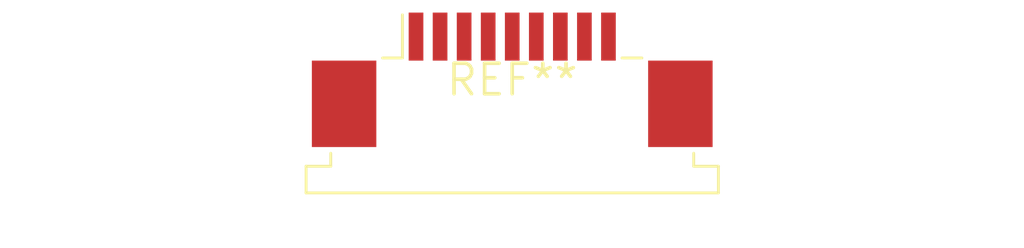
<source format=kicad_pcb>
(kicad_pcb (version 20240108) (generator pcbnew)
  (layers (0 "F.Cu" signal) (31 "B.Cu" signal) (34 "B.Paste" user) (35 "F.Paste" user) (36 "B.SilkS" user "B.Silkscreen") (37 "F.SilkS" user "F.Silkscreen") (38 "B.Mask" user) (39 "F.Mask" user) (44 "Edge.Cuts" user))
  (net 0 "")
  (footprint "TE_84952-9_1x09-1MP_P1.0mm_Horizontal" (layer "F.Cu") (at 0 0)
    (property "Reference" "REF**")
    (property "Value" "TE_84952-9_1x09-1MP_P1.0mm_Horizontal")
    (fp_line (start -8.57 3.6) (end -7.545 3.6) (layer "F.SilkS") (stroke (width 0.12)))
    (fp_line (start -8.57 4.71) (end -8.57 3.6) (layer "F.SilkS") (stroke (width 0.12)))
    (fp_line (start -7.545 3.6) (end -7.545 3.06) (layer "F.SilkS") (stroke (width 0.12)))
    (fp_line (start -5.39 -0.91) (end -4.565 -0.91) (layer "F.SilkS") (stroke (width 0.12)))
    (fp_line (start -4.565 -0.91) (end -4.565 -2.71) (layer "F.SilkS") (stroke (width 0.12)))
    (fp_line (start 4.565 -0.91) (end 5.39 -0.91) (layer "F.SilkS") (stroke (width 0.12)))
    (fp_line (start 7.545 3.06) (end 7.545 3.6) (layer "F.SilkS") (stroke (width 0.12)))
    (fp_line (start 7.545 3.6) (end 8.57 3.6) (layer "F.SilkS") (stroke (width 0.12)))
    (fp_line (start 8.57 3.6) (end 8.57 4.71) (layer "F.SilkS") (stroke (width 0.12)))
    (fp_line (start 8.57 4.71) (end -8.57 4.71) (layer "F.SilkS") (stroke (width 0.12)))
    (pad "1" smd rect (at -4 -1.8) (size 0.61 2) (layers "F.Cu" "F.Paste" "F.Mask"))
    (pad "2" smd rect (at -3 -1.8) (size 0.61 2) (layers "F.Cu" "F.Paste" "F.Mask"))
    (pad "3" smd rect (at -2 -1.8) (size 0.61 2) (layers "F.Cu" "F.Paste" "F.Mask"))
    (pad "4" smd rect (at -1 -1.8) (size 0.61 2) (layers "F.Cu" "F.Paste" "F.Mask"))
    (pad "5" smd rect (at 0 -1.8) (size 0.61 2) (layers "F.Cu" "F.Paste" "F.Mask"))
    (pad "6" smd rect (at 1 -1.8) (size 0.61 2) (layers "F.Cu" "F.Paste" "F.Mask"))
    (pad "7" smd rect (at 2 -1.8) (size 0.61 2) (layers "F.Cu" "F.Paste" "F.Mask"))
    (pad "8" smd rect (at 3 -1.8) (size 0.61 2) (layers "F.Cu" "F.Paste" "F.Mask"))
    (pad "9" smd rect (at 4 -1.8) (size 0.61 2) (layers "F.Cu" "F.Paste" "F.Mask"))
    (pad "MP" smd rect (at -6.99 1) (size 2.68 3.6) (layers "F.Cu" "F.Paste" "F.Mask"))
    (pad "MP" smd rect (at 6.99 1) (size 2.68 3.6) (layers "F.Cu" "F.Paste" "F.Mask"))
  )
)
</source>
